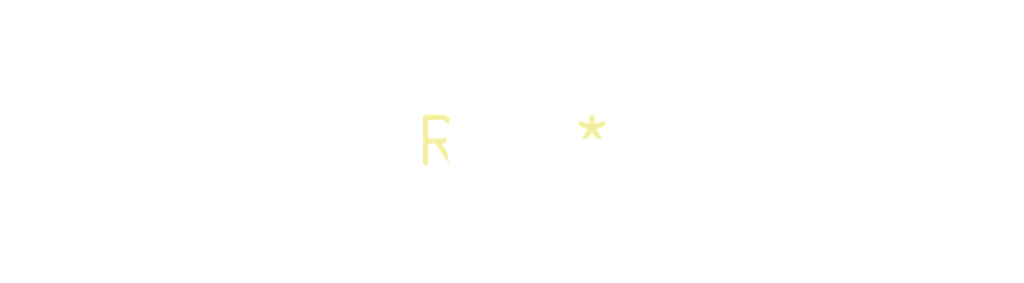
<source format=kicad_pcb>
(kicad_pcb (version 20240108) (generator pcbnew)
  (layers (0 "F.Cu" signal) (31 "B.Cu" signal) (34 "B.Paste" user) (35 "F.Paste" user) (36 "B.SilkS" user "B.Silkscreen") (37 "F.SilkS" user "F.Silkscreen") (38 "B.Mask" user) (39 "F.Mask" user) (44 "Edge.Cuts" user))
  (net 0 "")
  (footprint "MountingHole_3.7mm_Pad_Via" (layer "F.Cu") (at 0 0)
    (property "Reference" "REF**")
    (property "Value" "MountingHole_3.7mm_Pad_Via")
    (pad "1" thru_hole circle (at -2.775 0) (size 0.8 0.8) (drill 0.5) (layers *.Cu *.Mask) (remove_unused_layers))
    (pad "1" thru_hole circle (at -1.962221 -1.962221) (size 0.8 0.8) (drill 0.5) (layers *.Cu *.Mask) (remove_unused_layers))
    (pad "1" thru_hole circle (at -1.962221 1.962221) (size 0.8 0.8) (drill 0.5) (layers *.Cu *.Mask) (remove_unused_layers))
    (pad "1" thru_hole circle (at 0 -2.775) (size 0.8 0.8) (drill 0.5) (layers *.Cu *.Mask) (remove_unused_layers))
    (pad "1" thru_hole circle (at 0 0) (size 7.4 7.4) (drill 3.7) (layers *.Cu *.Mask) (remove_unused_layers))
    (pad "1" thru_hole circle (at 0 2.775) (size 0.8 0.8) (drill 0.5) (layers *.Cu *.Mask) (remove_unused_layers))
    (pad "1" thru_hole circle (at 1.962221 -1.962221) (size 0.8 0.8) (drill 0.5) (layers *.Cu *.Mask) (remove_unused_layers))
    (pad "1" thru_hole circle (at 1.962221 1.962221) (size 0.8 0.8) (drill 0.5) (layers *.Cu *.Mask) (remove_unused_layers))
    (pad "1" thru_hole circle (at 2.775 0) (size 0.8 0.8) (drill 0.5) (layers *.Cu *.Mask) (remove_unused_layers))
  )
)
</source>
